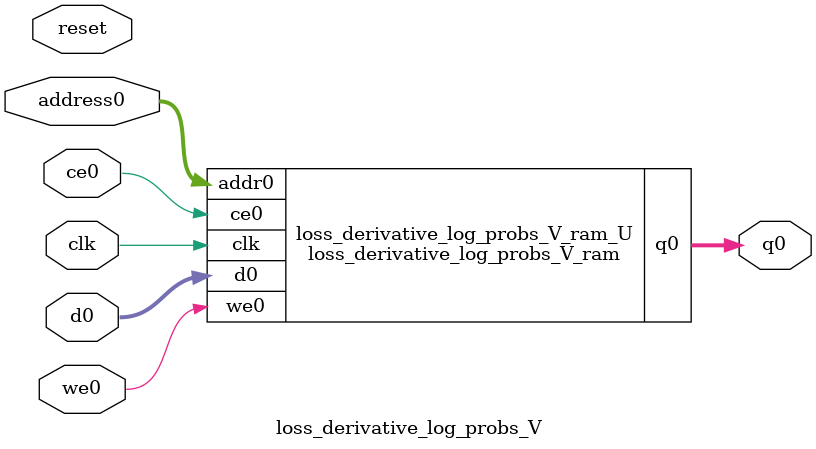
<source format=v>
`timescale 1 ns / 1 ps
module loss_derivative_log_probs_V_ram (addr0, ce0, d0, we0, q0,  clk);

parameter DWIDTH = 16;
parameter AWIDTH = 7;
parameter MEM_SIZE = 100;

input[AWIDTH-1:0] addr0;
input ce0;
input[DWIDTH-1:0] d0;
input we0;
output reg[DWIDTH-1:0] q0;
input clk;

reg [DWIDTH-1:0] ram[0:MEM_SIZE-1];




always @(posedge clk)  
begin 
    if (ce0) begin
        if (we0) 
            ram[addr0] <= d0; 
        q0 <= ram[addr0];
    end
end


endmodule

`timescale 1 ns / 1 ps
module loss_derivative_log_probs_V(
    reset,
    clk,
    address0,
    ce0,
    we0,
    d0,
    q0);

parameter DataWidth = 32'd16;
parameter AddressRange = 32'd100;
parameter AddressWidth = 32'd7;
input reset;
input clk;
input[AddressWidth - 1:0] address0;
input ce0;
input we0;
input[DataWidth - 1:0] d0;
output[DataWidth - 1:0] q0;



loss_derivative_log_probs_V_ram loss_derivative_log_probs_V_ram_U(
    .clk( clk ),
    .addr0( address0 ),
    .ce0( ce0 ),
    .we0( we0 ),
    .d0( d0 ),
    .q0( q0 ));

endmodule


</source>
